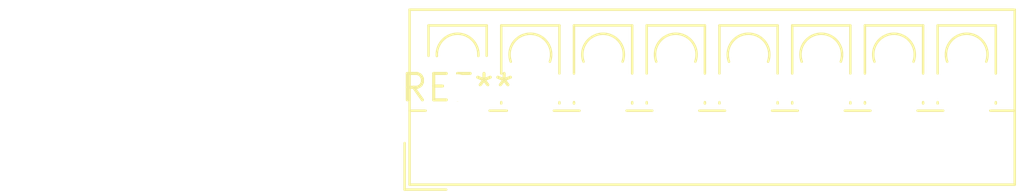
<source format=kicad_pcb>
(kicad_pcb (version 20240108) (generator pcbnew)
  (layers (0 "F.Cu" signal) (31 "B.Cu" signal) (34 "B.Paste" user) (35 "F.Paste" user) (36 "B.SilkS" user "B.Silkscreen") (37 "F.SilkS" user "F.Silkscreen") (38 "B.Mask" user) (39 "F.Mask" user) (44 "Edge.Cuts" user))
  (net 0 "")
  (footprint "TerminalBlock_4Ucon_1x08_P3.50mm_Vertical" (layer "F.Cu") (at 0 0)
    (property "Reference" "REF**")
    (property "Value" "TerminalBlock_4Ucon_1x08_P3.50mm_Vertical")
    (fp_line (start -2.55 2.66) (end -2.55 4.9) (layer "F.SilkS") (stroke (width 0.12)))
    (fp_line (start -2.55 4.9) (end -0.55 4.9) (layer "F.SilkS") (stroke (width 0.12)))
    (fp_line (start -2.31 -3.76) (end -2.31 4.66) (layer "F.SilkS") (stroke (width 0.12)))
    (fp_line (start -2.31 -3.76) (end 26.81 -3.76) (layer "F.SilkS") (stroke (width 0.12)))
    (fp_line (start -2.31 1.101) (end -1.54 1.101) (layer "F.SilkS") (stroke (width 0.12)))
    (fp_line (start -2.31 4.66) (end 26.81 4.66) (layer "F.SilkS") (stroke (width 0.12)))
    (fp_line (start -1.4 -3) (end -1.4 -1.54) (layer "F.SilkS") (stroke (width 0.12)))
    (fp_line (start -1.4 -3) (end 1.4 -3) (layer "F.SilkS") (stroke (width 0.12)))
    (fp_line (start 1.4 -3) (end 1.4 -1.54) (layer "F.SilkS") (stroke (width 0.12)))
    (fp_line (start 1.54 1.101) (end 2.367 1.101) (layer "F.SilkS") (stroke (width 0.12)))
    (fp_line (start 2.1 -3) (end 2.1 -0.689) (layer "F.SilkS") (stroke (width 0.12)))
    (fp_line (start 2.1 -3) (end 4.9 -3) (layer "F.SilkS") (stroke (width 0.12)))
    (fp_line (start 2.1 0.689) (end 2.1 0.75) (layer "F.SilkS") (stroke (width 0.12)))
    (fp_line (start 2.1 0.75) (end 2.101 0.75) (layer "F.SilkS") (stroke (width 0.12)))
    (fp_line (start 4.634 1.101) (end 5.867 1.101) (layer "F.SilkS") (stroke (width 0.12)))
    (fp_line (start 4.9 -3) (end 4.9 -0.689) (layer "F.SilkS") (stroke (width 0.12)))
    (fp_line (start 4.9 0.689) (end 4.9 0.75) (layer "F.SilkS") (stroke (width 0.12)))
    (fp_line (start 4.9 0.75) (end 4.9 0.75) (layer "F.SilkS") (stroke (width 0.12)))
    (fp_line (start 5.6 -3) (end 5.6 -0.689) (layer "F.SilkS") (stroke (width 0.12)))
    (fp_line (start 5.6 -3) (end 8.4 -3) (layer "F.SilkS") (stroke (width 0.12)))
    (fp_line (start 5.6 0.689) (end 5.6 0.75) (layer "F.SilkS") (stroke (width 0.12)))
    (fp_line (start 5.6 0.75) (end 5.601 0.75) (layer "F.SilkS") (stroke (width 0.12)))
    (fp_line (start 8.134 1.101) (end 9.367 1.101) (layer "F.SilkS") (stroke (width 0.12)))
    (fp_line (start 8.4 -3) (end 8.4 -0.689) (layer "F.SilkS") (stroke (width 0.12)))
    (fp_line (start 8.4 0.689) (end 8.4 0.75) (layer "F.SilkS") (stroke (width 0.12)))
    (fp_line (start 8.4 0.75) (end 8.4 0.75) (layer "F.SilkS") (stroke (width 0.12)))
    (fp_line (start 9.1 -3) (end 9.1 -0.689) (layer "F.SilkS") (stroke (width 0.12)))
    (fp_line (start 9.1 -3) (end 11.9 -3) (layer "F.SilkS") (stroke (width 0.12)))
    (fp_line (start 9.1 0.689) (end 9.1 0.75) (layer "F.SilkS") (stroke (width 0.12)))
    (fp_line (start 9.1 0.75) (end 9.101 0.75) (layer "F.SilkS") (stroke (width 0.12)))
    (fp_line (start 11.634 1.101) (end 12.867 1.101) (layer "F.SilkS") (stroke (width 0.12)))
    (fp_line (start 11.9 -3) (end 11.9 -0.689) (layer "F.SilkS") (stroke (width 0.12)))
    (fp_line (start 11.9 0.689) (end 11.9 0.75) (layer "F.SilkS") (stroke (width 0.12)))
    (fp_line (start 11.9 0.75) (end 11.9 0.75) (layer "F.SilkS") (stroke (width 0.12)))
    (fp_line (start 12.6 -3) (end 12.6 -0.689) (layer "F.SilkS") (stroke (width 0.12)))
    (fp_line (start 12.6 -3) (end 15.4 -3) (layer "F.SilkS") (stroke (width 0.12)))
    (fp_line (start 12.6 0.689) (end 12.6 0.75) (layer "F.SilkS") (stroke (width 0.12)))
    (fp_line (start 12.6 0.75) (end 12.601 0.75) (layer "F.SilkS") (stroke (width 0.12)))
    (fp_line (start 15.134 1.101) (end 16.367 1.101) (layer "F.SilkS") (stroke (width 0.12)))
    (fp_line (start 15.4 -3) (end 15.4 -0.689) (layer "F.SilkS") (stroke (width 0.12)))
    (fp_line (start 15.4 0.689) (end 15.4 0.75) (layer "F.SilkS") (stroke (width 0.12)))
    (fp_line (start 15.4 0.75) (end 15.4 0.75) (layer "F.SilkS") (stroke (width 0.12)))
    (fp_line (start 16.101 -3) (end 16.101 -0.689) (layer "F.SilkS") (stroke (width 0.12)))
    (fp_line (start 16.101 -3) (end 18.9 -3) (layer "F.SilkS") (stroke (width 0.12)))
    (fp_line (start 16.101 0.689) (end 16.101 0.75) (layer "F.SilkS") (stroke (width 0.12)))
    (fp_line (start 16.101 0.75) (end 16.101 0.75) (layer "F.SilkS") (stroke (width 0.12)))
    (fp_line (start 18.634 1.101) (end 19.867 1.101) (layer "F.SilkS") (stroke (width 0.12)))
    (fp_line (start 18.9 -3) (end 18.9 -0.689) (layer "F.SilkS") (stroke (width 0.12)))
    (fp_line (start 18.9 0.689) (end 18.9 0.75) (layer "F.SilkS") (stroke (width 0.12)))
    (fp_line (start 18.9 0.75) (end 18.9 0.75) (layer "F.SilkS") (stroke (width 0.12)))
    (fp_line (start 19.6 -3) (end 19.6 -0.689) (layer "F.SilkS") (stroke (width 0.12)))
    (fp_line (start 19.6 -3) (end 22.4 -3) (layer "F.SilkS") (stroke (width 0.12)))
    (fp_line (start 19.6 0.689) (end 19.6 0.75) (layer "F.SilkS") (stroke (width 0.12)))
    (fp_line (start 19.6 0.75) (end 19.601 0.75) (layer "F.SilkS") (stroke (width 0.12)))
    (fp_line (start 22.134 1.101) (end 23.367 1.101) (layer "F.SilkS") (stroke (width 0.12)))
    (fp_line (start 22.4 -3) (end 22.4 -0.689) (layer "F.SilkS") (stroke (width 0.12)))
    (fp_line (start 22.4 0.689) (end 22.4 0.75) (layer "F.SilkS") (stroke (width 0.12)))
    (fp_line (start 22.4 0.75) (end 22.4 0.75) (layer "F.SilkS") (stroke (width 0.12)))
    (fp_line (start 23.1 -3) (end 23.1 -0.689) (layer "F.SilkS") (stroke (width 0.12)))
    (fp_line (start 23.1 -3) (end 25.9 -3) (layer "F.SilkS") (stroke (width 0.12)))
    (fp_line (start 23.1 0.689) (end 23.1 0.75) (layer "F.SilkS") (stroke (width 0.12)))
    (fp_line (start 23.1 0.75) (end 23.101 0.75) (layer "F.SilkS") (stroke (width 0.12)))
    (fp_line (start 25.634 1.101) (end 26.81 1.101) (layer "F.SilkS") (stroke (width 0.12)))
    (fp_line (start 25.9 -3) (end 25.9 -0.689) (layer "F.SilkS") (stroke (width 0.12)))
    (fp_line (start 25.9 0.689) (end 25.9 0.75) (layer "F.SilkS") (stroke (width 0.12)))
    (fp_line (start 25.9 0.75) (end 25.9 0.75) (layer "F.SilkS") (stroke (width 0.12)))
    (fp_line (start 26.81 -3.76) (end 26.81 4.66) (layer "F.SilkS") (stroke (width 0.12)))
    (fp_arc (start -0.99789 -1.529434) (mid -0.000785 -2.600382) (end 0.998 -1.531) (layer "F.SilkS") (stroke (width 0.12)))
    (fp_arc (start 2.560085 -1.257767) (mid 3.499876 -2.600282) (end 4.44 -1.258) (layer "F.SilkS") (stroke (width 0.12)))
    (fp_arc (start 6.060085 -1.257767) (mid 6.999876 -2.600282) (end 7.94 -1.258) (layer "F.SilkS") (stroke (width 0.12)))
    (fp_arc (start 9.560085 -1.257767) (mid 10.499876 -2.600282) (end 11.44 -1.258) (layer "F.SilkS") (stroke (width 0.12)))
    (fp_arc (start 13.060085 -1.257767) (mid 13.999876 -2.600282) (end 14.94 -1.258) (layer "F.SilkS") (stroke (width 0.12)))
    (fp_arc (start 16.560085 -1.257767) (mid 17.499876 -2.600282) (end 18.44 -1.258) (layer "F.SilkS") (stroke (width 0.12)))
    (fp_arc (start 20.060085 -1.257767) (mid 20.999876 -2.600282) (end 21.94 -1.258) (layer "F.SilkS") (stroke (width 0.12)))
    (fp_arc (start 23.560085 -1.257767) (mid 24.499876 -2.600282) (end 25.44 -1.258) (layer "F.SilkS") (stroke (width 0.12)))
    (pad "1" thru_hole rect (at 0 0) (size 2.6 2.6) (drill 1.3) (layers *.Cu *.Mask) (remove_unused_layers))
    (pad "2" thru_hole circle (at 3.5 0) (size 2.6 2.6) (drill 1.3) (layers *.Cu *.Mask) (remove_unused_layers))
    (pad "3" thru_hole circle (at 7 0) (size 2.6 2.6) (drill 1.3) (layers *.Cu *.Mask) (remove_unused_layers))
    (pad "4" thru_hole circle (at 10.5 0) (size 2.6 2.6) (drill 1.3) (layers *.Cu *.Mask) (remove_unused_layers))
    (pad "5" thru_hole circle (at 14 0) (size 2.6 2.6) (drill 1.3) (layers *.Cu *.Mask) (remove_unused_layers))
    (pad "6" thru_hole circle (at 17.5 0) (size 2.6 2.6) (drill 1.3) (layers *.Cu *.Mask) (remove_unused_layers))
    (pad "7" thru_hole circle (at 21 0) (size 2.6 2.6) (drill 1.3) (layers *.Cu *.Mask) (remove_unused_layers))
    (pad "8" thru_hole circle (at 24.5 0) (size 2.6 2.6) (drill 1.3) (layers *.Cu *.Mask) (remove_unused_layers))
  )
)
</source>
